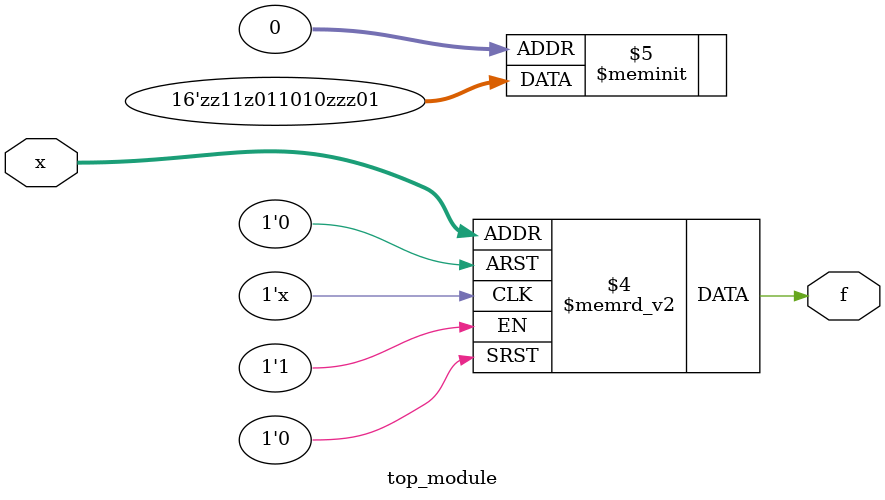
<source format=sv>
module top_module (
	input [4:1] x,
	output logic f
);

always_comb begin
    case (x)
        4'b00_00: f = 1'b1;
        4'b00_01: f = 1'b0;
        4'b00_10: f = 1'bz;
        4'b00_11: f = 1'bz;
        4'b01_00: f = 1'bz;
        4'b01_01: f = 1'b0;
        4'b01_10: f = 1'b1;
        4'b01_11: f = 1'b0;
        4'b10_00: f = 1'b1;
        4'b10_01: f = 1'b1;
        4'b10_10: f = 1'b0;
        4'b10_11: f = 1'bz;
        4'b11_00: f = 1'b1;
        4'b11_01: f = 1'b1;
        4'b11_10: f = 1'bz;
        4'b11_11: f = 1'bz;
        default: f = 1'bz; // Handle don't-cares
    endcase
end

endmodule

</source>
